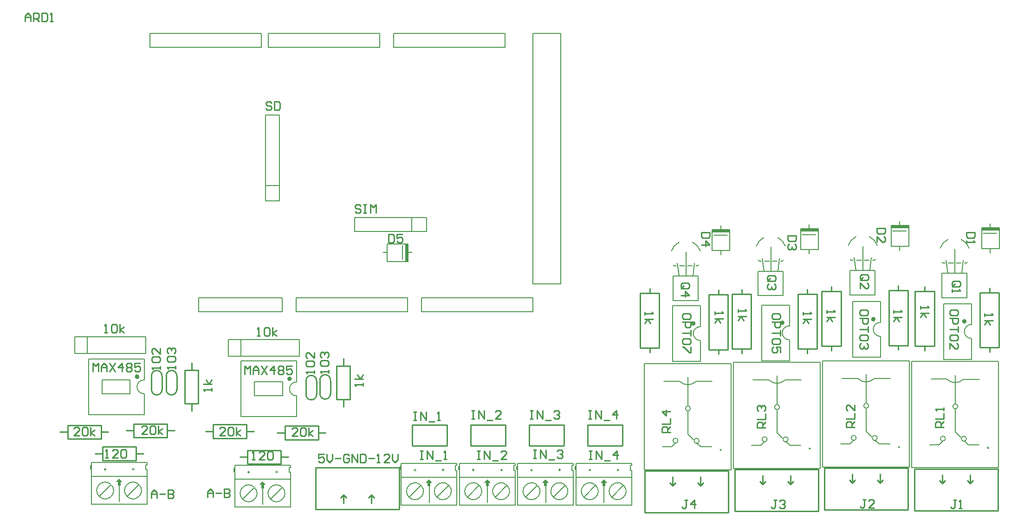
<source format=gto>
G04*
G04 #@! TF.GenerationSoftware,Altium Limited,Altium Designer,20.2.5 (213)*
G04*
G04 Layer_Color=65535*
%FSTAX24Y24*%
%MOIN*%
G70*
G04*
G04 #@! TF.SameCoordinates,673CB199-A7F1-4250-81FB-05A331180C63*
G04*
G04*
G04 #@! TF.FilePolarity,Positive*
G04*
G01*
G75*
%ADD10C,0.0070*%
%ADD11C,0.0100*%
%ADD12C,0.0150*%
%ADD13C,0.0050*%
%ADD14C,0.0079*%
%ADD15R,0.0200X0.1260*%
%ADD16R,0.1260X0.0200*%
G36*
X0069Y00785D02*
X00665Y0076D01*
X0068D01*
Y00735D01*
X007D01*
Y0076D01*
X00715D01*
X0069Y00785D01*
D02*
G37*
G36*
X0172Y00765D02*
X01695Y0074D01*
X0171D01*
Y00715D01*
X0173D01*
Y0074D01*
X01745D01*
X0172Y00765D01*
D02*
G37*
G36*
X02915Y0078D02*
X0289Y00755D01*
X02905D01*
Y0073D01*
X02925D01*
Y00755D01*
X0294D01*
X02915Y0078D01*
D02*
G37*
G36*
X033333D02*
X033083Y00755D01*
X033233D01*
Y0073D01*
X033433D01*
Y00755D01*
X033583D01*
X033333Y0078D01*
D02*
G37*
G36*
X037517D02*
X037267Y00755D01*
X037417D01*
Y0073D01*
X037617D01*
Y00755D01*
X037767D01*
X037517Y0078D01*
D02*
G37*
G36*
X0417D02*
X04145Y00755D01*
X0416D01*
Y0073D01*
X0418D01*
Y00755D01*
X04195D01*
X0417Y0078D01*
D02*
G37*
D10*
X04109Y007411D02*
G03*
X041152Y00735I-00039J-000461D01*
G01*
X042784Y00848D02*
G03*
X042784Y00848I-000064J0D01*
G01*
X040764Y00847D02*
G03*
X040764Y00847I-000064J0D01*
G01*
X043098Y007404D02*
G03*
X043152Y00735I-000398J-000454D01*
G01*
X038914Y007404D02*
G03*
X038968Y00735I-000398J-000454D01*
G01*
X036581Y00847D02*
G03*
X036581Y00847I-000064J0D01*
G01*
X038601Y00848D02*
G03*
X038601Y00848I-000064J0D01*
G01*
X036907Y007411D02*
G03*
X036968Y00735I-00039J-000461D01*
G01*
X034731Y007404D02*
G03*
X034785Y00735I-000398J-000454D01*
G01*
X032397Y00847D02*
G03*
X032397Y00847I-000064J0D01*
G01*
X034417Y00848D02*
G03*
X034417Y00848I-000064J0D01*
G01*
X032724Y007411D02*
G03*
X032785Y00735I-00039J-000461D01*
G01*
X018598Y007254D02*
G03*
X018652Y0072I-000398J-000454D01*
G01*
X016264Y00832D02*
G03*
X016264Y00832I-000064J0D01*
G01*
X018284Y00833D02*
G03*
X018284Y00833I-000064J0D01*
G01*
X01659Y007261D02*
G03*
X016652Y0072I-00039J-000461D01*
G01*
X008298Y007454D02*
G03*
X008352Y0074I-000398J-000454D01*
G01*
X005964Y00852D02*
G03*
X005964Y00852I-000064J0D01*
G01*
X007984Y00853D02*
G03*
X007984Y00853I-000064J0D01*
G01*
X00629Y007461D02*
G03*
X006352Y0074I-00039J-000461D01*
G01*
X019654Y0148D02*
G03*
X01965Y0138I-000017J-0005D01*
G01*
X008704Y01495D02*
G03*
X0087Y01395I-000017J-0005D01*
G01*
X053559Y014948D02*
G03*
X054719Y014938I000585J000575D01*
G01*
X054327Y012996D02*
G03*
X054327Y012996I-000178J0D01*
G01*
X053434Y010683D02*
G03*
X053434Y010683I-000178J0D01*
G01*
X054944Y010673D02*
G03*
X054944Y010673I-000178J0D01*
G01*
X059959Y015048D02*
G03*
X061119Y015038I000585J000575D01*
G01*
X060727Y013096D02*
G03*
X060727Y013096I-000178J0D01*
G01*
X059834Y010783D02*
G03*
X059834Y010783I-000178J0D01*
G01*
X061344Y010773D02*
G03*
X061344Y010773I-000178J0D01*
G01*
X066359Y014998D02*
G03*
X067519Y014988I000585J000575D01*
G01*
X067127Y013046D02*
G03*
X067127Y013046I-000178J0D01*
G01*
X066234Y010733D02*
G03*
X066234Y010733I-000178J0D01*
G01*
X067744Y010723D02*
G03*
X067744Y010723I-000178J0D01*
G01*
X030548Y007404D02*
G03*
X030602Y00735I-000398J-000454D01*
G01*
X028214Y00847D02*
G03*
X028214Y00847I-000064J0D01*
G01*
X030234Y00848D02*
G03*
X030234Y00848I-000064J0D01*
G01*
X02854Y007411D02*
G03*
X028602Y00735I-00039J-000461D01*
G01*
X055037Y01883D02*
G03*
X055033Y01783I-000017J-0005D01*
G01*
X048544Y010573D02*
G03*
X048544Y010573I-000178J0D01*
G01*
X047034Y010583D02*
G03*
X047034Y010583I-000178J0D01*
G01*
X047927Y012896D02*
G03*
X047927Y012896I-000178J0D01*
G01*
X047159Y014848D02*
G03*
X048319Y014838I000585J000575D01*
G01*
X06811Y01893D02*
G03*
X068106Y01793I-000017J-0005D01*
G01*
X061574Y01908D02*
G03*
X06157Y01808I-000017J-0005D01*
G01*
X048651Y01878D02*
G03*
X048647Y01778I-000017J-0005D01*
G01*
X04028Y00653D02*
X04113Y00738D01*
X0397Y00795D02*
X0437D01*
X0397Y00595D02*
Y00745D01*
X0437Y00595D02*
Y00846D01*
X0436D02*
X0437D01*
X0436D02*
Y00877D01*
X0397Y00745D02*
Y00895D01*
X03964Y0085D02*
Y00875D01*
X04172Y00616D02*
Y00767D01*
X04228Y00653D02*
X043125Y007375D01*
X0397Y00595D02*
X0437D01*
Y00616D02*
Y00735D01*
X0397Y00895D02*
X0437D01*
X0436Y0088D02*
X0437D01*
Y00895D01*
X039517Y0088D02*
Y00895D01*
X039417Y0088D02*
X039517D01*
X035517Y00895D02*
X039517D01*
Y00616D02*
Y00735D01*
X035517Y00595D02*
X039517D01*
X038097Y00653D02*
X038942Y007375D01*
X037537Y00616D02*
Y00767D01*
X035457Y0085D02*
Y00875D01*
X035517Y00745D02*
Y00895D01*
X039417Y00846D02*
Y00877D01*
Y00846D02*
X039517D01*
Y00595D02*
Y00846D01*
X035517Y00595D02*
Y00745D01*
Y00795D02*
X039517D01*
X036097Y00653D02*
X036947Y00738D01*
X035333Y0088D02*
Y00895D01*
X035233Y0088D02*
X035333D01*
X031333Y00895D02*
X035333D01*
Y00616D02*
Y00735D01*
X031333Y00595D02*
X035333D01*
X033913Y00653D02*
X034758Y007375D01*
X033353Y00616D02*
Y00767D01*
X031273Y0085D02*
Y00875D01*
X031333Y00745D02*
Y00895D01*
X035233Y00846D02*
Y00877D01*
Y00846D02*
X035333D01*
Y00595D02*
Y00846D01*
X031333Y00595D02*
Y00745D01*
Y00795D02*
X035333D01*
X031913Y00653D02*
X032763Y00738D01*
X0192Y00865D02*
Y0088D01*
X0191Y00865D02*
X0192D01*
X0152Y0088D02*
X0192D01*
Y00601D02*
Y0072D01*
X0152Y0058D02*
X0192D01*
X01778Y00638D02*
X018625Y007225D01*
X01722Y00601D02*
Y00752D01*
X01514Y00835D02*
Y0086D01*
X0152Y0073D02*
Y0088D01*
X0191Y00831D02*
Y00862D01*
Y00831D02*
X0192D01*
Y0058D02*
Y00831D01*
X0152Y0058D02*
Y0073D01*
Y0078D02*
X0192D01*
X01578Y00638D02*
X01663Y00723D01*
X0089Y00885D02*
Y009D01*
X0088Y00885D02*
X0089D01*
X0049Y009D02*
X0089D01*
Y00621D02*
Y0074D01*
X0049Y006D02*
X0089D01*
X00748Y00658D02*
X008325Y007425D01*
X00692Y00621D02*
Y00772D01*
X00484Y00855D02*
Y0088D01*
X0049Y0075D02*
Y009D01*
X0088Y00851D02*
Y00882D01*
Y00851D02*
X0089D01*
Y006D02*
Y00851D01*
X0049Y006D02*
Y0075D01*
Y008D02*
X0089D01*
X00548Y00658D02*
X00633Y00743D01*
X0037Y01805D02*
X0088D01*
Y01685D02*
Y01805D01*
X0037Y01685D02*
X0088D01*
X0037D02*
Y01805D01*
X0046Y01685D02*
Y01805D01*
X01965Y0148D02*
Y0163D01*
Y0123D02*
Y01379D01*
X01565Y0163D02*
X01965D01*
X01565Y0123D02*
Y0163D01*
Y0123D02*
X01965D01*
X01663Y0138D02*
Y0148D01*
X01864D01*
Y0138D02*
Y0148D01*
X01663Y0138D02*
X01864D01*
X0087Y01495D02*
Y01645D01*
Y01245D02*
Y01394D01*
X0047Y01645D02*
X0087D01*
X0047Y01245D02*
Y01645D01*
Y01245D02*
X0087D01*
X00568Y01395D02*
Y01495D01*
X00769D01*
Y01395D02*
Y01495D01*
X00568Y01395D02*
X00769D01*
X02765Y0241D02*
Y02426D01*
Y02389D02*
Y0241D01*
X02724Y02363D02*
Y0246D01*
X02765Y0241D02*
X02795D01*
X02585D02*
X02615D01*
X02765D02*
Y02471D01*
X02615D02*
X02765D01*
X02615Y02345D02*
Y02471D01*
Y02345D02*
X02765D01*
Y0241D01*
X01565Y01665D02*
Y01785D01*
X01475Y01665D02*
Y01785D01*
Y01665D02*
X01985D01*
Y01785D01*
X01475D02*
X01985D01*
X051032Y008591D02*
X057238D01*
X051032Y016225D02*
X057238D01*
X051032Y008591D02*
Y016225D01*
X057238Y008591D02*
Y016225D01*
X054729Y014948D02*
X055869D01*
X052419Y014958D02*
X053549D01*
X054149Y011155D02*
Y012798D01*
X054139Y013198D02*
Y015241D01*
X055086Y010235D02*
X055846D01*
X054826Y010495D02*
X055086Y010235D01*
X052326D02*
X052986D01*
X053256Y010505D01*
X054148Y011155D02*
X054538Y010765D01*
X057432Y008691D02*
X063638D01*
X057432Y016325D02*
X063638D01*
X057432Y008691D02*
Y016325D01*
X063638Y008691D02*
Y016325D01*
X061129Y015048D02*
X062269D01*
X058819Y015058D02*
X059949D01*
X060549Y011255D02*
Y012898D01*
X060539Y013298D02*
Y015341D01*
X061486Y010335D02*
X062246D01*
X061226Y010595D02*
X061486Y010335D01*
X058726D02*
X059386D01*
X059656Y010605D01*
X060548Y011255D02*
X060938Y010865D01*
X063832Y008641D02*
X070038D01*
X063832Y016275D02*
X070038D01*
X063832Y008641D02*
Y016275D01*
X070038Y008641D02*
Y016275D01*
X067529Y014998D02*
X068669D01*
X065219Y015008D02*
X066349D01*
X066949Y011205D02*
Y012848D01*
X066939Y013248D02*
Y015291D01*
X067886Y010285D02*
X068646D01*
X067626Y010545D02*
X067886Y010285D01*
X065126D02*
X065786D01*
X066056Y010555D01*
X066948Y011205D02*
X067338Y010815D01*
X03115Y0088D02*
Y00895D01*
X03105Y0088D02*
X03115D01*
X02715Y00895D02*
X03115D01*
Y00616D02*
Y00735D01*
X02715Y00595D02*
X03115D01*
X02973Y00653D02*
X030575Y007375D01*
X02917Y00616D02*
Y00767D01*
X02709Y0085D02*
Y00875D01*
X02715Y00745D02*
Y00895D01*
X03105Y00846D02*
Y00877D01*
Y00846D02*
X03115D01*
Y00595D02*
Y00846D01*
X02715Y00595D02*
Y00745D01*
Y00795D02*
X03115D01*
X02773Y00653D02*
X02858Y00738D01*
X0501Y02575D02*
X05075D01*
Y02425D02*
Y02575D01*
X04949Y02425D02*
X05075D01*
X04949D02*
Y02575D01*
X0501D01*
Y02395D02*
Y02425D01*
Y02575D02*
Y02605D01*
X0496Y02534D02*
X05057D01*
X0501Y02575D02*
X05031D01*
X04994D02*
X0501D01*
X05645Y0258D02*
X0571D01*
Y0243D02*
Y0258D01*
X05584Y0243D02*
X0571D01*
X05584D02*
Y0258D01*
X05645D01*
Y024D02*
Y0243D01*
Y0258D02*
Y0261D01*
X05595Y02539D02*
X05692D01*
X05645Y0258D02*
X05666D01*
X05629D02*
X05645D01*
X06295Y02605D02*
X0636D01*
Y02455D02*
Y02605D01*
X06234Y02455D02*
X0636D01*
X06234D02*
Y02605D01*
X06295D01*
Y02425D02*
Y02455D01*
Y02605D02*
Y02635D01*
X06245Y02564D02*
X06342D01*
X06295Y02605D02*
X06316D01*
X06279D02*
X06295D01*
X06945Y025885D02*
X0701D01*
Y024385D02*
Y025885D01*
X06884Y024385D02*
X0701D01*
X06884D02*
Y025885D01*
X06945D01*
Y024085D02*
Y024385D01*
Y025885D02*
Y026185D01*
X06895Y025475D02*
X06992D01*
X06945Y025885D02*
X06966D01*
X06929D02*
X06945D01*
X053033Y01633D02*
X055033D01*
X053033D02*
Y02033D01*
X055033D01*
Y01633D02*
Y01782D01*
Y01883D02*
Y02033D01*
X047748Y011055D02*
X048138Y010665D01*
X046586Y010135D02*
X046856Y010405D01*
X045926Y010135D02*
X046586D01*
X048426Y010395D02*
X048686Y010135D01*
X049446D01*
X047739Y013098D02*
Y015141D01*
X047749Y011055D02*
Y012698D01*
X046019Y014858D02*
X047149D01*
X048329Y014848D02*
X049469D01*
X050838Y008491D02*
Y016125D01*
X044632Y008491D02*
Y016125D01*
X050838D01*
X044632Y008491D02*
X050838D01*
X066106Y01643D02*
X068106D01*
X066106D02*
Y02043D01*
X068106D01*
Y01643D02*
Y01792D01*
Y01893D02*
Y02043D01*
X05957Y01658D02*
X06157D01*
X05957D02*
Y02058D01*
X06157D01*
Y01658D02*
Y01807D01*
Y01908D02*
Y02058D01*
X046647Y01628D02*
X048647D01*
X046647D02*
Y02028D01*
X048647D01*
Y01628D02*
Y01777D01*
Y01878D02*
Y02028D01*
D11*
X010288Y014247D02*
G03*
X01104Y014253I000376J-000004D01*
G01*
X01104Y015249D02*
G03*
X010288Y015243I-000376J000004D01*
G01*
X009228Y014247D02*
G03*
X00998Y014253I000376J-000004D01*
G01*
X00998Y015249D02*
G03*
X009228Y015243I-000376J000004D01*
G01*
X021324Y013944D02*
G03*
X022076Y01395I000376J-000004D01*
G01*
X022076Y014946D02*
G03*
X021324Y01494I-000376J000004D01*
G01*
X021076Y014896D02*
G03*
X020324Y01489I-000376J000004D01*
G01*
X020324Y013894D02*
G03*
X021076Y0139I000376J-000004D01*
G01*
X066023Y007505D02*
X066223Y007705D01*
X065823D02*
X066023Y007505D01*
Y00812D01*
X068018Y007505D02*
Y00812D01*
X067818Y007705D02*
X068018Y007505D01*
X068218Y007705D01*
X064023Y00856D02*
X070023D01*
Y00555D02*
Y00856D01*
X064023Y00555D02*
Y00856D01*
Y00555D02*
X070023D01*
X059564Y007555D02*
X059764Y007755D01*
X059364D02*
X059564Y007555D01*
Y00817D01*
X061559Y007555D02*
Y00817D01*
X061359Y007755D02*
X061559Y007555D01*
X061759Y007755D01*
X057564Y00861D02*
X063564D01*
Y0056D02*
Y00861D01*
X057564Y0056D02*
Y00861D01*
Y0056D02*
X063564D01*
X053105Y007455D02*
X053305Y007655D01*
X052905D02*
X053105Y007455D01*
Y00807D01*
X0551Y007455D02*
Y00807D01*
X0549Y007655D02*
X0551Y007455D01*
X0553Y007655D01*
X051105Y00851D02*
X057105D01*
Y0055D02*
Y00851D01*
X051105Y0055D02*
Y00851D01*
Y0055D02*
X057105D01*
X044647Y0054D02*
X050647D01*
X044647D02*
Y00841D01*
X050647Y0054D02*
Y00841D01*
X044647D02*
X050647D01*
X048642Y007355D02*
X048842Y007555D01*
X048442D02*
X048642Y007355D01*
Y00797D01*
X046647Y007355D02*
Y00797D01*
X046447Y007555D02*
X046647Y007355D01*
X046847Y007555D01*
X0516Y01685D02*
Y01715D01*
Y02115D02*
Y02145D01*
X050911Y017182D02*
Y021119D01*
X052289D01*
Y017182D02*
Y021119D01*
X050911Y017182D02*
X052289D01*
X0248Y006495D02*
X025Y006695D01*
X0252Y006495D01*
X025Y00608D02*
Y006695D01*
X023005Y00608D02*
Y006695D01*
X023205Y006495D01*
X022805D02*
X023005Y006695D01*
X021Y00564D02*
X027D01*
X021D02*
Y00865D01*
X027Y00564D02*
Y00865D01*
X021D02*
X027D01*
X0185Y008908D02*
Y009892D01*
X0161Y008908D02*
X0185D01*
X0161D02*
Y009892D01*
X0185D01*
X01557Y0094D02*
X01609D01*
X01852D02*
X01904D01*
X0188Y010658D02*
Y011642D01*
X0212D01*
Y010658D02*
Y011642D01*
X0188Y010658D02*
X0212D01*
X02121Y01115D02*
X02173D01*
X01826D02*
X01878D01*
X01365Y010758D02*
Y011742D01*
X01605D01*
Y010758D02*
Y011742D01*
X01365Y010758D02*
X01605D01*
X01606Y01125D02*
X01658D01*
X01311D02*
X01363D01*
X0032Y010708D02*
Y011692D01*
X0056D01*
Y010708D02*
Y011692D01*
X0032Y010708D02*
X0056D01*
X00561Y0112D02*
X00613D01*
X00266D02*
X00318D01*
X0081Y009158D02*
Y010142D01*
X0057Y009158D02*
X0081D01*
X0057D02*
Y010142D01*
X0081D01*
X00517Y00965D02*
X00569D01*
X00812D02*
X00864D01*
X00795Y010808D02*
Y011792D01*
X01035D01*
Y010808D02*
Y011792D01*
X00795Y010808D02*
X01035D01*
X01036Y0113D02*
X01088D01*
X00741D02*
X00793D01*
X010284Y014253D02*
Y015253D01*
X011044Y014263D02*
Y015223D01*
X009224Y014253D02*
Y015253D01*
X009984Y014263D02*
Y015223D01*
X02132Y01395D02*
Y01495D01*
X02208Y01396D02*
Y01492D01*
X022508Y01355D02*
X023492D01*
X022508D02*
Y01595D01*
X023492D01*
Y01355D02*
Y01595D01*
X023Y01596D02*
Y01648D01*
Y01301D02*
Y01353D01*
X011608Y01325D02*
X012592D01*
X011608D02*
Y01565D01*
X012592D01*
Y01325D02*
Y01565D01*
X0121Y01566D02*
Y01618D01*
Y01271D02*
Y01323D01*
X02108Y01391D02*
Y01487D01*
X02032Y0139D02*
Y0149D01*
X056463Y010055D02*
X056506Y010012D01*
X062863Y010155D02*
X062906Y010112D01*
X069263Y010105D02*
X069306Y010062D01*
X03045Y0102D02*
Y0117D01*
X02795D02*
X03045D01*
X02795Y0102D02*
Y0117D01*
Y0102D02*
X03045D01*
X03885D02*
Y0117D01*
X03635D02*
X03885D01*
X03635Y0102D02*
Y0117D01*
Y0102D02*
X03885D01*
X04305D02*
Y0117D01*
X04055D02*
X04305D01*
X04055Y0102D02*
Y0117D01*
Y0102D02*
X04305D01*
X03465D02*
Y0117D01*
X03215D02*
X03465D01*
X03215Y0102D02*
Y0117D01*
Y0102D02*
X03465D01*
X044311Y017262D02*
X045689D01*
Y021199D01*
X044311D02*
X045689D01*
X044311Y017262D02*
Y021199D01*
X045Y02123D02*
Y02153D01*
Y01693D02*
Y01723D01*
X049252Y021068D02*
X05063D01*
X049252Y017132D02*
Y021068D01*
Y017132D02*
X05063D01*
Y021068D01*
X049941Y0168D02*
Y0171D01*
Y0211D02*
Y0214D01*
X055638Y021119D02*
X057016D01*
X055638Y017182D02*
Y021119D01*
Y017182D02*
X057016D01*
Y021119D01*
X056327Y01685D02*
Y01715D01*
Y02115D02*
Y02145D01*
X057361Y017382D02*
X058739D01*
Y021319D01*
X057361D02*
X058739D01*
X057361Y017382D02*
Y021319D01*
X05805Y02135D02*
Y02165D01*
Y01705D02*
Y01735D01*
X062175Y021369D02*
X063553D01*
X062175Y017431D02*
Y021369D01*
Y017431D02*
X063553D01*
Y021369D01*
X062864Y0171D02*
Y0174D01*
Y0214D02*
Y0217D01*
X064061Y017382D02*
X065439D01*
Y021319D01*
X064061D02*
X065439D01*
X064061Y017382D02*
Y021319D01*
X06475Y02135D02*
Y02165D01*
Y01705D02*
Y01735D01*
X068711Y021219D02*
X070089D01*
X068711Y017282D02*
Y021219D01*
Y017282D02*
X070089D01*
Y021219D01*
X0694Y01695D02*
Y01725D01*
Y02125D02*
Y02155D01*
X050063Y009955D02*
X050106Y009912D01*
X0168Y0181D02*
X017D01*
X0169D01*
Y0187D01*
X0168Y0186D01*
X0173D02*
X0174Y0187D01*
X0176D01*
X0177Y0186D01*
Y0182D01*
X0176Y0181D01*
X0174D01*
X0173Y0182D01*
Y0186D01*
X0179Y0181D02*
Y0187D01*
Y0183D02*
X0182Y0185D01*
X0179Y0183D02*
X0182Y0181D01*
X00585Y01835D02*
X00605D01*
X00595D01*
Y01895D01*
X00585Y01885D01*
X00635D02*
X00645Y01895D01*
X00665D01*
X00675Y01885D01*
Y01845D01*
X00665Y01835D01*
X00645D01*
X00635Y01845D01*
Y01885D01*
X00695Y01835D02*
Y01895D01*
Y01855D02*
X00725Y01875D01*
X00695Y01855D02*
X00725Y01835D01*
X0244Y0145D02*
Y0147D01*
Y0146D01*
X0238D01*
X0239Y0145D01*
X0244Y015D02*
X0238D01*
X0242D02*
X024Y0153D01*
X0242Y015D02*
X0244Y0153D01*
X0197Y0109D02*
X0193D01*
X0197Y0113D01*
Y0114D01*
X0196Y0115D01*
X0194D01*
X0193Y0114D01*
X0199D02*
X02Y0115D01*
X0202D01*
X0203Y0114D01*
Y011D01*
X0202Y0109D01*
X02D01*
X0199Y011D01*
Y0114D01*
X0205Y0109D02*
Y0115D01*
Y0111D02*
X0208Y0113D01*
X0205Y0111D02*
X0208Y0109D01*
X01645Y0092D02*
X01665D01*
X01655D01*
Y0098D01*
X01645Y0097D01*
X01735Y0092D02*
X01695D01*
X01735Y0096D01*
Y0097D01*
X01725Y0098D01*
X01705D01*
X01695Y0097D01*
X01755D02*
X01765Y0098D01*
X01785D01*
X01795Y0097D01*
Y0093D01*
X01785Y0092D01*
X01765D01*
X01755Y0093D01*
Y0097D01*
X0145Y01095D02*
X0141D01*
X0145Y01135D01*
Y01145D01*
X0144Y01155D01*
X0142D01*
X0141Y01145D01*
X0147D02*
X0148Y01155D01*
X015D01*
X0151Y01145D01*
Y01105D01*
X015Y01095D01*
X0148D01*
X0147Y01105D01*
Y01145D01*
X0153Y01095D02*
Y01155D01*
Y01115D02*
X0156Y01135D01*
X0153Y01115D02*
X0156Y01095D01*
X01355Y01415D02*
Y01435D01*
Y01425D01*
X01295D01*
X01305Y01415D01*
X01355Y01465D02*
X01295D01*
X01335D02*
X01315Y01495D01*
X01335Y01465D02*
X01355Y01495D01*
X0089Y01105D02*
X0085D01*
X0089Y01145D01*
Y01155D01*
X0088Y01165D01*
X0086D01*
X0085Y01155D01*
X0091D02*
X0092Y01165D01*
X0094D01*
X0095Y01155D01*
Y01115D01*
X0094Y01105D01*
X0092D01*
X0091Y01115D01*
Y01155D01*
X0097Y01105D02*
Y01165D01*
Y01125D02*
X01Y01145D01*
X0097Y01125D02*
X01Y01105D01*
X0059Y00935D02*
X0061D01*
X006D01*
Y00995D01*
X0059Y00985D01*
X0068Y00935D02*
X0064D01*
X0068Y00975D01*
Y00985D01*
X0067Y00995D01*
X0065D01*
X0064Y00985D01*
X007D02*
X0071Y00995D01*
X0073D01*
X0074Y00985D01*
Y00945D01*
X0073Y00935D01*
X0071D01*
X007Y00945D01*
Y00985D01*
X00405Y01095D02*
X00365D01*
X00405Y01135D01*
Y01145D01*
X00395Y01155D01*
X00375D01*
X00365Y01145D01*
X00425D02*
X00435Y01155D01*
X00455D01*
X00465Y01145D01*
Y01105D01*
X00455Y01095D01*
X00435D01*
X00425Y01105D01*
Y01145D01*
X00485Y01095D02*
Y01155D01*
Y01115D02*
X00515Y01135D01*
X00485Y01115D02*
X00515Y01095D01*
X01325Y0065D02*
Y0069D01*
X01345Y0071D01*
X01365Y0069D01*
Y0065D01*
Y0068D01*
X01325D01*
X01385D02*
X01425D01*
X01445Y0071D02*
Y0065D01*
X01475D01*
X01485Y0066D01*
Y0067D01*
X01475Y0068D01*
X01445D01*
X01475D01*
X01485Y0069D01*
Y007D01*
X01475Y0071D01*
X01445D01*
X0092Y00645D02*
Y00685D01*
X0094Y00705D01*
X0096Y00685D01*
Y00645D01*
Y00675D01*
X0092D01*
X0098D02*
X0102D01*
X0104Y00705D02*
Y00645D01*
X0107D01*
X0108Y00655D01*
Y00665D01*
X0107Y00675D01*
X0104D01*
X0107D01*
X0108Y00685D01*
Y00695D01*
X0107Y00705D01*
X0104D01*
X015901Y01535D02*
Y01595D01*
X0161Y01575D01*
X0163Y01595D01*
Y01535D01*
X0165D02*
Y01575D01*
X0167Y01595D01*
X0169Y01575D01*
Y01535D01*
Y01565D01*
X0165D01*
X0171Y01595D02*
X0175Y01535D01*
Y01595D02*
X0171Y01535D01*
X018D02*
Y01595D01*
X0177Y01565D01*
X0181D01*
X0183Y01585D02*
X0184Y01595D01*
X0186D01*
X0187Y01585D01*
Y01575D01*
X0186Y01565D01*
X0187Y01555D01*
Y01545D01*
X0186Y01535D01*
X0184D01*
X0183Y01545D01*
Y01555D01*
X0184Y01565D01*
X0183Y01575D01*
Y01585D01*
X0184Y01565D02*
X0186D01*
X019299Y01595D02*
X0189D01*
Y01565D01*
X0191Y01575D01*
X019199D01*
X019299Y01565D01*
Y01545D01*
X019199Y01535D01*
X019D01*
X0189Y01545D01*
X005001Y01555D02*
Y01615D01*
X0052Y01595D01*
X0054Y01615D01*
Y01555D01*
X0056D02*
Y01595D01*
X0058Y01615D01*
X006Y01595D01*
Y01555D01*
Y01585D01*
X0056D01*
X0062Y01615D02*
X0066Y01555D01*
Y01615D02*
X0062Y01555D01*
X0071D02*
Y01615D01*
X0068Y01585D01*
X0072D01*
X0074Y01605D02*
X0075Y01615D01*
X0077D01*
X0078Y01605D01*
Y01595D01*
X0077Y01585D01*
X0078Y01575D01*
Y01565D01*
X0077Y01555D01*
X0075D01*
X0074Y01565D01*
Y01575D01*
X0075Y01585D01*
X0074Y01595D01*
Y01605D01*
X0075Y01585D02*
X0077D01*
X008399Y01615D02*
X008D01*
Y01585D01*
X0082Y01595D01*
X008299D01*
X008399Y01585D01*
Y01565D01*
X008299Y01555D01*
X0081D01*
X008Y01565D01*
X02195Y01545D02*
Y01565D01*
Y01555D01*
X02135D01*
X02145Y01545D01*
Y01595D02*
X02135Y01605D01*
Y01625D01*
X02145Y01635D01*
X02185D01*
X02195Y01625D01*
Y01605D01*
X02185Y01595D01*
X02145D01*
Y01655D02*
X02135Y01665D01*
Y01685D01*
X02145Y01695D01*
X02155D01*
X02165Y01685D01*
Y01675D01*
Y01685D01*
X02175Y01695D01*
X02185D01*
X02195Y01685D01*
Y01665D01*
X02185Y01655D01*
X0209Y0154D02*
Y0156D01*
Y0155D01*
X0203D01*
X0204Y0154D01*
Y0159D02*
X0203Y016D01*
Y0162D01*
X0204Y0163D01*
X0208D01*
X0209Y0162D01*
Y016D01*
X0208Y0159D01*
X0204D01*
X0209Y0169D02*
Y0165D01*
X0205Y0169D01*
X0204D01*
X0203Y0168D01*
Y0166D01*
X0204Y0165D01*
X01095Y01575D02*
Y01595D01*
Y01585D01*
X01035D01*
X01045Y01575D01*
Y01625D02*
X01035Y01635D01*
Y01655D01*
X01045Y01665D01*
X01085D01*
X01095Y01655D01*
Y01635D01*
X01085Y01625D01*
X01045D01*
Y01685D02*
X01035Y01695D01*
Y01715D01*
X01045Y01725D01*
X01055D01*
X01065Y01715D01*
Y01705D01*
Y01715D01*
X01075Y01725D01*
X01085D01*
X01095Y01715D01*
Y01695D01*
X01085Y01685D01*
X00985Y0157D02*
Y0159D01*
Y0158D01*
X00925D01*
X00935Y0157D01*
Y0162D02*
X00925Y0163D01*
Y0165D01*
X00935Y0166D01*
X00975D01*
X00985Y0165D01*
Y0163D01*
X00975Y0162D01*
X00935D01*
X00985Y0172D02*
Y0168D01*
X00945Y0172D01*
X00935D01*
X00925Y0171D01*
Y0169D01*
X00935Y0168D01*
X0406Y01275D02*
X0408D01*
X0407D01*
Y01215D01*
X0406D01*
X0408D01*
X0411D02*
Y01275D01*
X0415Y01215D01*
Y01275D01*
X0417Y01205D02*
X0421D01*
X042599Y01215D02*
Y01275D01*
X042299Y01245D01*
X042699D01*
X0364Y01275D02*
X0366D01*
X0365D01*
Y01215D01*
X0364D01*
X0366D01*
X0369D02*
Y01275D01*
X0373Y01215D01*
Y01275D01*
X0375Y01205D02*
X0379D01*
X038099Y01265D02*
X038199Y01275D01*
X038399D01*
X038499Y01265D01*
Y01255D01*
X038399Y01245D01*
X038299D01*
X038399D01*
X038499Y01235D01*
Y01225D01*
X038399Y01215D01*
X038199D01*
X038099Y01225D01*
X021601Y0096D02*
X021201D01*
Y0093D01*
X021401Y0094D01*
X021501D01*
X021601Y0093D01*
Y0091D01*
X021501Y009D01*
X021301D01*
X021201Y0091D01*
X021801Y0096D02*
Y0092D01*
X022001Y009D01*
X022201Y0092D01*
Y0096D01*
X022401Y0093D02*
X0228D01*
X0234Y0095D02*
X0233Y0096D01*
X0231D01*
X023Y0095D01*
Y0091D01*
X0231Y009D01*
X0233D01*
X0234Y0091D01*
Y0093D01*
X0232D01*
X0236Y009D02*
Y0096D01*
X024Y009D01*
Y0096D01*
X0242D02*
Y009D01*
X0245D01*
X0246Y0091D01*
Y0095D01*
X0245Y0096D01*
X0242D01*
X0248Y0093D02*
X0252D01*
X0254Y009D02*
X0256D01*
X0255D01*
Y0096D01*
X0254Y0095D01*
X026299Y009D02*
X025899D01*
X026299Y0094D01*
Y0095D01*
X026199Y0096D01*
X025999D01*
X025899Y0095D01*
X026499Y0096D02*
Y0092D01*
X026699Y009D01*
X026899Y0092D01*
Y0096D01*
X02625Y0254D02*
Y0248D01*
X02655D01*
X02665Y0249D01*
Y0253D01*
X02655Y0254D01*
X02625D01*
X02725D02*
X02685D01*
Y0251D01*
X02705Y0252D01*
X02715D01*
X02725Y0251D01*
Y0249D01*
X02715Y0248D01*
X02695D01*
X02685Y0249D01*
X01786Y03484D02*
X01776Y03494D01*
X01756D01*
X01746Y03484D01*
Y03474D01*
X01756Y03464D01*
X01776D01*
X01786Y03454D01*
Y03444D01*
X01776Y03434D01*
X01756D01*
X01746Y03444D01*
X01806Y03494D02*
Y03434D01*
X01836D01*
X01846Y03444D01*
Y03484D01*
X01836Y03494D01*
X01806D01*
X02426Y02744D02*
X02416Y02754D01*
X02396D01*
X02386Y02744D01*
Y02734D01*
X02396Y02724D01*
X02416D01*
X02426Y02714D01*
Y02704D01*
X02416Y02694D01*
X02396D01*
X02386Y02704D01*
X02446Y02754D02*
X02466D01*
X02456D01*
Y02694D01*
X02446D01*
X02466D01*
X02496D02*
Y02754D01*
X02516Y02734D01*
X02536Y02754D01*
Y02694D01*
X00015Y0407D02*
Y0411D01*
X00035Y0413D01*
X00055Y0411D01*
Y0407D01*
Y041D01*
X00015D01*
X00075Y0407D02*
Y0413D01*
X00105D01*
X00115Y0412D01*
Y041D01*
X00105Y0409D01*
X00075D01*
X00095D02*
X00115Y0407D01*
X00135Y0413D02*
Y0407D01*
X00165D01*
X001749Y0408D01*
Y0412D01*
X00165Y0413D01*
X00135D01*
X001949Y0407D02*
X002149D01*
X002049D01*
Y0413D01*
X001949Y0412D01*
X046488Y011191D02*
X045888D01*
Y011491D01*
X045988Y011591D01*
X046188D01*
X046288Y011491D01*
Y011191D01*
Y011391D02*
X046488Y011591D01*
X045888Y011791D02*
X046488D01*
Y01219D01*
Y01269D02*
X045888D01*
X046188Y01239D01*
Y01279D01*
X0533Y0115D02*
X0527D01*
Y0118D01*
X0528Y0119D01*
X053D01*
X0531Y0118D01*
Y0115D01*
Y0117D02*
X0533Y0119D01*
X0527Y0121D02*
X0533D01*
Y0125D01*
X0528Y0127D02*
X0527Y0128D01*
Y013D01*
X0528Y0131D01*
X0529D01*
X053Y013D01*
Y0129D01*
Y013D01*
X0531Y0131D01*
X0532D01*
X0533Y013D01*
Y0128D01*
X0532Y0127D01*
X0597Y011553D02*
X0591D01*
Y011853D01*
X0592Y011953D01*
X0594D01*
X0595Y011853D01*
Y011553D01*
Y011753D02*
X0597Y011953D01*
X0591Y012153D02*
X0597D01*
Y012553D01*
Y013153D02*
Y012753D01*
X0593Y013153D01*
X0592D01*
X0591Y013053D01*
Y012853D01*
X0592Y012753D01*
X0661Y011553D02*
X0655D01*
Y011853D01*
X0656Y011953D01*
X0658D01*
X0659Y011853D01*
Y011553D01*
Y011753D02*
X0661Y011953D01*
X0655Y012153D02*
X0661D01*
Y012553D01*
Y012753D02*
Y012953D01*
Y012853D01*
X0655D01*
X0656Y012753D01*
X04465Y0198D02*
Y0196D01*
Y0197D01*
X04525D01*
X04515Y0198D01*
X04465Y0193D02*
X04525D01*
X04485D02*
X04505Y019D01*
X04485Y0193D02*
X04465Y019D01*
X049691Y01985D02*
Y01965D01*
Y01975D01*
X050291D01*
X050191Y01985D01*
X049691Y01935D02*
X050291D01*
X049891D02*
X050091Y01905D01*
X049891Y01935D02*
X049691Y01905D01*
X05135Y02D02*
Y0198D01*
Y0199D01*
X05195D01*
X05185Y02D01*
X05135Y0195D02*
X05195D01*
X05155D02*
X05175Y0192D01*
X05155Y0195D02*
X05135Y0192D01*
X056027Y0198D02*
Y0196D01*
Y0197D01*
X056627D01*
X056527Y0198D01*
X056027Y0193D02*
X056627D01*
X056227D02*
X056427Y019D01*
X056227Y0193D02*
X056027Y019D01*
X0577Y01995D02*
Y01975D01*
Y01985D01*
X0583D01*
X0582Y01995D01*
X0577Y01945D02*
X0583D01*
X0579D02*
X0581Y01915D01*
X0579Y01945D02*
X0577Y01915D01*
X062514Y01995D02*
Y01975D01*
Y01985D01*
X063114D01*
X063014Y01995D01*
X062514Y01945D02*
X063114D01*
X062714D02*
X062914Y01915D01*
X062714Y01945D02*
X062514Y01915D01*
X06445Y02025D02*
Y02005D01*
Y02015D01*
X06505D01*
X06495Y02025D01*
X06445Y01975D02*
X06505D01*
X06465D02*
X06485Y01945D01*
X06465Y01975D02*
X06445Y01945D01*
X06905Y0197D02*
Y0195D01*
Y0196D01*
X06965D01*
X06955Y0197D01*
X06905Y0192D02*
X06965D01*
X06925D02*
X06945Y0189D01*
X06925Y0192D02*
X06905Y0189D01*
X04735Y0215D02*
X04775D01*
X04785Y0216D01*
Y0218D01*
X04775Y0219D01*
X04735D01*
X04725Y0218D01*
Y0216D01*
X04745Y0217D02*
X04725Y0215D01*
Y0216D02*
X04735Y0215D01*
X04725Y021D02*
X04785D01*
X04755Y0213D01*
Y0209D01*
X05355Y02205D02*
X05395D01*
X05405Y02215D01*
Y02235D01*
X05395Y02245D01*
X05355D01*
X05345Y02235D01*
Y02215D01*
X05365Y02225D02*
X05345Y02205D01*
Y02215D02*
X05355Y02205D01*
X05395Y02185D02*
X05405Y02175D01*
Y02155D01*
X05395Y02145D01*
X05385D01*
X05375Y02155D01*
Y02165D01*
Y02155D01*
X05365Y02145D01*
X05355D01*
X05345Y02155D01*
Y02175D01*
X05355Y02185D01*
X0602Y0221D02*
X0606D01*
X0607Y0222D01*
Y0224D01*
X0606Y0225D01*
X0602D01*
X0601Y0224D01*
Y0222D01*
X0603Y0223D02*
X0601Y0221D01*
Y0222D02*
X0602Y0221D01*
X0601Y0215D02*
Y0219D01*
X0605Y0215D01*
X0606D01*
X0607Y0216D01*
Y0218D01*
X0606Y0219D01*
X0668Y02165D02*
X0672D01*
X0673Y02175D01*
Y02195D01*
X0672Y02205D01*
X0668D01*
X0667Y02195D01*
Y02175D01*
X0669Y02185D02*
X0667Y02165D01*
Y02175D02*
X0668Y02165D01*
X0667Y02145D02*
Y02125D01*
Y02135D01*
X0673D01*
X0672Y02145D01*
X047947Y01943D02*
Y01963D01*
X047847Y01973D01*
X047447D01*
X047347Y01963D01*
Y01943D01*
X047447Y01933D01*
X047847D01*
X047947Y01943D01*
X047347Y01913D02*
X047947D01*
Y01883D01*
X047847Y01873D01*
X047647D01*
X047547Y01883D01*
Y01913D01*
X047947Y01853D02*
Y01813D01*
Y01833D01*
X047347D01*
X047947Y01763D02*
Y01783D01*
X047847Y01793D01*
X047447D01*
X047347Y01783D01*
Y01763D01*
X047447Y01753D01*
X047847D01*
X047947Y01763D01*
Y01733D02*
Y01693D01*
X047847D01*
X047447Y01733D01*
X047347D01*
X054383Y01943D02*
Y01963D01*
X054283Y01973D01*
X053883D01*
X053783Y01963D01*
Y01943D01*
X053883Y01933D01*
X054283D01*
X054383Y01943D01*
X053783Y01913D02*
X054383D01*
Y01883D01*
X054283Y01873D01*
X054083D01*
X053983Y01883D01*
Y01913D01*
X054383Y01853D02*
Y01813D01*
Y01833D01*
X053783D01*
X054383Y01763D02*
Y01783D01*
X054283Y01793D01*
X053883D01*
X053783Y01783D01*
Y01763D01*
X053883Y01753D01*
X054283D01*
X054383Y01763D01*
Y01693D02*
Y01733D01*
X054083D01*
X054183Y01713D01*
Y01703D01*
X054083Y01693D01*
X053883D01*
X053783Y01703D01*
Y01723D01*
X053883Y01733D01*
X06067Y01968D02*
Y01988D01*
X06057Y01998D01*
X06017D01*
X06007Y01988D01*
Y01968D01*
X06017Y01958D01*
X06057D01*
X06067Y01968D01*
X06007Y01938D02*
X06067D01*
Y01908D01*
X06057Y01898D01*
X06037D01*
X06027Y01908D01*
Y01938D01*
X06067Y01878D02*
Y01838D01*
Y01858D01*
X06007D01*
X06067Y01788D02*
Y01808D01*
X06057Y01818D01*
X06017D01*
X06007Y01808D01*
Y01788D01*
X06017Y01778D01*
X06057D01*
X06067Y01788D01*
X06057Y01758D02*
X06067Y01748D01*
Y01728D01*
X06057Y01718D01*
X06047D01*
X06037Y01728D01*
Y01738D01*
Y01728D01*
X06027Y01718D01*
X06017D01*
X06007Y01728D01*
Y01748D01*
X06017Y01758D01*
X067156Y01968D02*
Y01988D01*
X067056Y01998D01*
X066656D01*
X066556Y01988D01*
Y01968D01*
X066656Y01958D01*
X067056D01*
X067156Y01968D01*
X066556Y01938D02*
X067156D01*
Y01908D01*
X067056Y01898D01*
X066856D01*
X066756Y01908D01*
Y01938D01*
X067156Y01878D02*
Y01838D01*
Y01858D01*
X066556D01*
X067156Y01788D02*
Y01808D01*
X067056Y01818D01*
X066656D01*
X066556Y01808D01*
Y01788D01*
X066656Y01778D01*
X067056D01*
X067156Y01788D01*
X066556Y01718D02*
Y01758D01*
X066956Y01718D01*
X067056D01*
X067156Y01728D01*
Y01748D01*
X067056Y01758D01*
X04065Y00985D02*
X04085D01*
X04075D01*
Y00925D01*
X04065D01*
X04085D01*
X04115D02*
Y00985D01*
X04155Y00925D01*
Y00985D01*
X04175Y00915D02*
X04215D01*
X042649Y00925D02*
Y00985D01*
X042349Y00955D01*
X042749D01*
X03665Y0099D02*
X03685D01*
X03675D01*
Y0093D01*
X03665D01*
X03685D01*
X03715D02*
Y0099D01*
X03755Y0093D01*
Y0099D01*
X03775Y0092D02*
X03815D01*
X038349Y0098D02*
X038449Y0099D01*
X038649D01*
X038749Y0098D01*
Y0097D01*
X038649Y0096D01*
X038549D01*
X038649D01*
X038749Y0095D01*
Y0094D01*
X038649Y0093D01*
X038449D01*
X038349Y0094D01*
X0326Y00985D02*
X0328D01*
X0327D01*
Y00925D01*
X0326D01*
X0328D01*
X0331D02*
Y00985D01*
X0335Y00925D01*
Y00985D01*
X0337Y00915D02*
X0341D01*
X034699Y00925D02*
X034299D01*
X034699Y00965D01*
Y00975D01*
X034599Y00985D01*
X034399D01*
X034299Y00975D01*
X0322Y01275D02*
X0324D01*
X0323D01*
Y01215D01*
X0322D01*
X0324D01*
X0327D02*
Y01275D01*
X0331Y01215D01*
Y01275D01*
X0333Y01205D02*
X0337D01*
X034299Y01215D02*
X033899D01*
X034299Y01255D01*
Y01265D01*
X034199Y01275D01*
X033999D01*
X033899Y01265D01*
X028065Y01265D02*
X028265D01*
X028165D01*
Y01205D01*
X028065D01*
X028265D01*
X028565D02*
Y01265D01*
X028965Y01205D01*
Y01265D01*
X029165Y01195D02*
X029565D01*
X029764Y01205D02*
X029964D01*
X029864D01*
Y01265D01*
X029764Y01255D01*
X0477Y0063D02*
X0475D01*
X0476D01*
Y0058D01*
X0475Y0057D01*
X0474D01*
X0473Y0058D01*
X0482Y0057D02*
Y0063D01*
X0479Y006D01*
X0483D01*
X0541Y0063D02*
X0539D01*
X054D01*
Y0058D01*
X0539Y0057D01*
X0538D01*
X0537Y0058D01*
X0543Y0062D02*
X0544Y0063D01*
X0546D01*
X0547Y0062D01*
Y0061D01*
X0546Y006D01*
X0545D01*
X0546D01*
X0547Y0059D01*
Y0058D01*
X0546Y0057D01*
X0544D01*
X0543Y0058D01*
X0605Y00635D02*
X0603D01*
X0604D01*
Y00585D01*
X0603Y00575D01*
X0602D01*
X0601Y00585D01*
X0611Y00575D02*
X0607D01*
X0611Y00615D01*
Y00625D01*
X061Y00635D01*
X0608D01*
X0607Y00625D01*
X0493Y02555D02*
X0487D01*
Y02525D01*
X0488Y02515D01*
X0492D01*
X0493Y02525D01*
Y02555D01*
X0487Y02465D02*
X0493D01*
X049Y02495D01*
Y02455D01*
X0555Y0253D02*
X0549D01*
Y025D01*
X055Y0249D01*
X0554D01*
X0555Y025D01*
Y0253D01*
X0554Y0247D02*
X0555Y0246D01*
Y0244D01*
X0554Y0243D01*
X0553D01*
X0552Y0244D01*
Y0245D01*
Y0244D01*
X0551Y0243D01*
X055D01*
X0549Y0244D01*
Y0246D01*
X055Y0247D01*
X0619Y02585D02*
X0613D01*
Y02555D01*
X0614Y02545D01*
X0618D01*
X0619Y02555D01*
Y02585D01*
X0613Y02485D02*
Y02525D01*
X0617Y02485D01*
X0618D01*
X0619Y02495D01*
Y02515D01*
X0618Y02525D01*
X06835Y025535D02*
X06775D01*
Y025235D01*
X06785Y025135D01*
X06825D01*
X06835Y025235D01*
Y025535D01*
X06775Y024935D02*
Y024735D01*
Y024835D01*
X06835D01*
X06825Y024935D01*
X067Y0063D02*
X0668D01*
X0669D01*
Y0058D01*
X0668Y0057D01*
X0667D01*
X0666Y0058D01*
X0672Y0057D02*
X0674D01*
X0673D01*
Y0063D01*
X0672Y0062D01*
X0285Y00985D02*
X0287D01*
X0286D01*
Y00925D01*
X0285D01*
X0287D01*
X029D02*
Y00985D01*
X0294Y00925D01*
Y00985D01*
X0296Y00915D02*
X03D01*
X030199Y00925D02*
X030399D01*
X030299D01*
Y00985D01*
X030199Y00975D01*
D12*
X01922Y01503D02*
G03*
X01922Y01503I-00008J0D01*
G01*
X00827Y01518D02*
G03*
X00827Y01518I-00008J0D01*
G01*
X054603Y01906D02*
G03*
X054603Y01906I-00008J0D01*
G01*
X067676Y01916D02*
G03*
X067676Y01916I-00008J0D01*
G01*
X06114Y01931D02*
G03*
X06114Y01931I-00008J0D01*
G01*
X048217Y01901D02*
G03*
X048217Y01901I-00008J0D01*
G01*
D13*
X054544Y023491D02*
G03*
X054594Y023555I-000844J000709D01*
G01*
X05474Y024564D02*
G03*
X054193Y025186I-00104J-000364D01*
G01*
X053207D02*
G03*
X05266Y024564I000493J-000986D01*
G01*
X052806Y023555D02*
G03*
X052856Y023491I000894J000645D01*
G01*
X061144Y023541D02*
G03*
X061194Y023605I-000844J000709D01*
G01*
X06134Y024614D02*
G03*
X060793Y025236I-00104J-000364D01*
G01*
X059807D02*
G03*
X05926Y024614I000493J-000986D01*
G01*
X059406Y023605D02*
G03*
X059456Y023541I000894J000645D01*
G01*
X067744Y023341D02*
G03*
X067794Y023405I-000844J000709D01*
G01*
X06794Y024414D02*
G03*
X067393Y025036I-00104J-000364D01*
G01*
X066407D02*
G03*
X06586Y024414I000493J-000986D01*
G01*
X066006Y023405D02*
G03*
X066056Y023341I000894J000645D01*
G01*
X048444Y023141D02*
G03*
X048494Y023205I-000844J000709D01*
G01*
X04864Y024214D02*
G03*
X048093Y024836I-00104J-000364D01*
G01*
X047107D02*
G03*
X04656Y024214I000493J-000986D01*
G01*
X046706Y023205D02*
G03*
X046756Y023141I000894J000645D01*
G01*
X0544Y023491D02*
X054544D01*
X0542Y02275D02*
X054312Y023699D01*
X0538Y023491D02*
X05415D01*
X05325D02*
X0536D01*
X052856D02*
X053D01*
X053088Y023699D02*
X0532Y02275D01*
X0537Y02275D02*
Y0245D01*
X052794Y021D02*
Y02275D01*
Y021D02*
X054594D01*
Y02275D01*
X052794D02*
X054594D01*
X061Y023541D02*
X061144D01*
X0608Y0228D02*
X060912Y023749D01*
X0604Y023541D02*
X06075D01*
X05985D02*
X0602D01*
X059456D02*
X0596D01*
X059688Y023749D02*
X0598Y0228D01*
X0603Y0228D02*
Y02455D01*
X059394Y02105D02*
Y0228D01*
Y02105D02*
X061194D01*
Y0228D01*
X059394D02*
X061194D01*
X0676Y023341D02*
X067744D01*
X0674Y0226D02*
X067512Y023549D01*
X067Y023341D02*
X06735D01*
X06645D02*
X0668D01*
X066056D02*
X0662D01*
X066288Y023549D02*
X0664Y0226D01*
X0669Y0226D02*
Y02435D01*
X065994Y02085D02*
Y0226D01*
Y02085D02*
X067794D01*
Y0226D01*
X065994D02*
X067794D01*
X0483Y023141D02*
X048444D01*
X0481Y0224D02*
X048212Y023349D01*
X0477Y023141D02*
X04805D01*
X04715D02*
X0475D01*
X046756D02*
X0469D01*
X046988Y023349D02*
X0471Y0224D01*
X0476Y0224D02*
Y02415D01*
X046694Y02065D02*
Y0224D01*
Y02065D02*
X048494D01*
Y0224D01*
X046694D02*
X048494D01*
D14*
X0266Y03885D02*
Y03985D01*
X0346D01*
Y03885D02*
Y03985D01*
X0266Y03885D02*
X0346D01*
X0126Y01985D02*
Y02085D01*
X0186Y01985D02*
Y02085D01*
X0126Y01985D02*
X0186D01*
X0126Y02085D02*
X0186D01*
X0176Y03885D02*
X0256D01*
Y03985D01*
X0176D02*
X0256D01*
X0176Y03885D02*
Y03985D01*
X0091Y03885D02*
X0171D01*
Y03985D01*
X0091D02*
X0171D01*
X0091Y03885D02*
Y03985D01*
X0286Y01985D02*
X0366D01*
Y02085D01*
X0286D02*
X0366D01*
X0286Y01985D02*
Y02085D01*
X0196Y01985D02*
X0276D01*
Y02085D01*
X0196D02*
X0276D01*
X0196Y01985D02*
Y02085D01*
X0366Y03985D02*
X0386D01*
X0366Y02185D02*
X0386D01*
X0366D02*
Y03985D01*
X0386Y02185D02*
Y03985D01*
X0174Y0289D02*
X0184D01*
Y027802D02*
Y033998D01*
X0174Y027802D02*
Y033998D01*
Y027802D02*
X0184D01*
X0174Y033998D02*
X0184D01*
X0279Y0256D02*
Y0266D01*
X023802Y0256D02*
Y0266D01*
X028998D01*
X023802Y0256D02*
X028998D01*
Y0266D01*
D15*
X02755Y02408D02*
D03*
D16*
X05012Y02565D02*
D03*
X05647Y0257D02*
D03*
X06297Y02595D02*
D03*
X06947Y025785D02*
D03*
M02*

</source>
